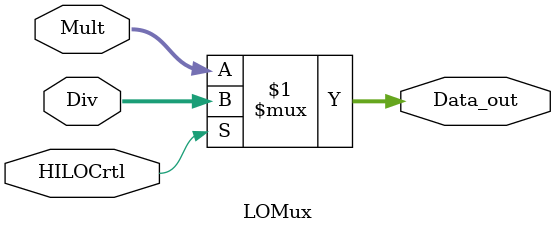
<source format=v>
module LOMux(
    input  wire HILOCrtl,
    input  wire [31:0] Mult, 
    input  wire [31:0] Div, 
    output wire [31:0] Data_out

);

// Div ---------|
// Mult ---------|--- Data_out --->

    assign Data_out = (HILOCrtl) ?  Div : Mult;

endmodule
</source>
